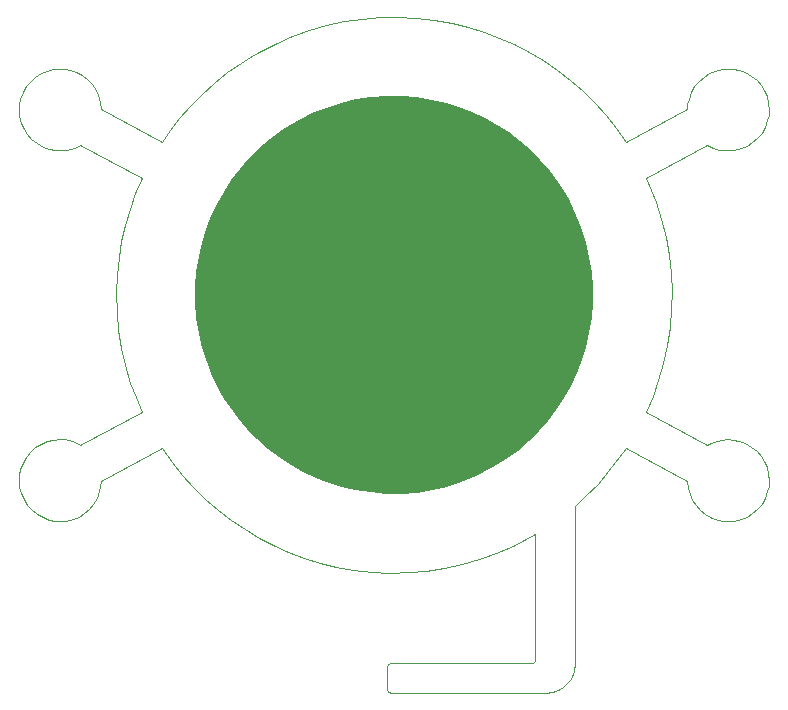
<source format=gbr>
%TF.GenerationSoftware,Altium Limited,Altium Designer,21.8.1 (53)*%
G04 Layer_Color=0*
%FSLAX45Y45*%
%MOMM*%
%TF.SameCoordinates,9CAB6441-B9E9-44DD-A1F1-36E89FF17874*%
%TF.FilePolarity,Positive*%
%TF.FileFunction,Profile,NP*%
%TF.Part,Single*%
G01*
G75*
%TA.AperFunction,Profile*%
%ADD21C,0.02540*%
G36*
X2894882Y3254706D02*
X3025056Y3244490D01*
X3154241Y3224189D01*
X3268999Y3197360D01*
X3381737Y3162528D01*
X3491896Y3119834D01*
X3598925Y3069459D01*
X3702285Y3011622D01*
X3801450Y2946579D01*
X3895917Y2874624D01*
X3985195Y2796085D01*
X4068824Y2711327D01*
X4148494Y2618063D01*
X4219339Y2521932D01*
X4264697Y2451927D01*
X4307314Y2378338D01*
X4364817Y2262668D01*
X4413361Y2142738D01*
X4452615Y2019242D01*
X4482302Y1892897D01*
X4502199Y1764446D01*
X4512144Y1634644D01*
X4512031Y1504267D01*
X4501816Y1374093D01*
X4481515Y1244908D01*
X4454685Y1130151D01*
X4419853Y1017412D01*
X4377159Y907252D01*
X4326785Y800224D01*
X4268947Y696864D01*
X4203905Y597699D01*
X4131950Y503233D01*
X4053411Y413953D01*
X3968652Y330324D01*
X3875389Y250656D01*
X3779258Y179811D01*
X3709252Y134452D01*
X3635663Y91835D01*
X3519993Y34332D01*
X3400064Y-14212D01*
X3276568Y-53466D01*
X3150223Y-83153D01*
X3021771Y-103050D01*
X2891970Y-112995D01*
X2761593Y-112882D01*
X2631419Y-102667D01*
X2502234Y-82366D01*
X2387476Y-55536D01*
X2274738Y-20704D01*
X2164578Y21989D01*
X2057549Y72365D01*
X1954190Y130202D01*
X1855024Y195245D01*
X1760558Y267200D01*
X1671279Y345738D01*
X1587650Y430497D01*
X1507982Y523760D01*
X1437136Y619891D01*
X1391778Y689897D01*
X1349161Y763486D01*
X1291658Y879156D01*
X1243114Y999085D01*
X1203860Y1122581D01*
X1174173Y1248926D01*
X1154275Y1377378D01*
X1144330Y1507179D01*
X1144443Y1637557D01*
X1154659Y1767730D01*
X1174960Y1896915D01*
X1201789Y2011673D01*
X1236621Y2124412D01*
X1279315Y2234571D01*
X1329691Y2341600D01*
X1387527Y2444959D01*
X1452571Y2544125D01*
X1524525Y2638591D01*
X1603064Y2727870D01*
X1687822Y2811499D01*
X1781086Y2891168D01*
X1877216Y2962013D01*
X1947223Y3007372D01*
X2020812Y3049988D01*
X2136482Y3107491D01*
X2256411Y3156035D01*
X2379907Y3195290D01*
X2506252Y3224976D01*
X2634704Y3244873D01*
X2764505Y3254818D01*
X2894882Y3254706D01*
D02*
G37*
G36*
D02*
X3025056Y3244490D01*
X3154241Y3224189D01*
X3268999Y3197360D01*
X3381737Y3162528D01*
X3491896Y3119834D01*
X3598925Y3069459D01*
X3702285Y3011622D01*
X3801450Y2946579D01*
X3895917Y2874624D01*
X3985195Y2796085D01*
X4068824Y2711327D01*
X4148494Y2618063D01*
X4219339Y2521932D01*
X4264697Y2451927D01*
X4307314Y2378338D01*
X4364817Y2262668D01*
X4413361Y2142738D01*
X4452615Y2019242D01*
X4482302Y1892897D01*
X4502199Y1764446D01*
X4512144Y1634644D01*
X4512031Y1504267D01*
X4501816Y1374093D01*
X4481515Y1244908D01*
X4454685Y1130151D01*
X4419853Y1017412D01*
X4377159Y907252D01*
X4326785Y800224D01*
X4268947Y696864D01*
X4203905Y597699D01*
X4131950Y503233D01*
X4053411Y413953D01*
X3968652Y330324D01*
X3875389Y250656D01*
X3779258Y179811D01*
X3709252Y134452D01*
X3635663Y91835D01*
X3519993Y34332D01*
X3400064Y-14212D01*
X3276568Y-53466D01*
X3150223Y-83153D01*
X3021771Y-103050D01*
X2891970Y-112995D01*
X2761593Y-112882D01*
X2631419Y-102667D01*
X2502234Y-82366D01*
X2387476Y-55536D01*
X2274738Y-20704D01*
X2164578Y21989D01*
X2057549Y72365D01*
X1954190Y130202D01*
X1855024Y195245D01*
X1760558Y267200D01*
X1671279Y345738D01*
X1587650Y430497D01*
X1507982Y523760D01*
X1437136Y619891D01*
X1391778Y689897D01*
X1349161Y763486D01*
X1291658Y879156D01*
X1243114Y999085D01*
X1203860Y1122581D01*
X1174173Y1248926D01*
X1154275Y1377378D01*
X1144330Y1507179D01*
X1144443Y1637557D01*
X1154659Y1767730D01*
X1174960Y1896915D01*
X1201789Y2011673D01*
X1236621Y2124412D01*
X1279315Y2234571D01*
X1329691Y2341600D01*
X1387527Y2444959D01*
X1452571Y2544125D01*
X1524525Y2638591D01*
X1603064Y2727870D01*
X1687822Y2811499D01*
X1781086Y2891168D01*
X1877216Y2962013D01*
X1947223Y3007372D01*
X2020812Y3049988D01*
X2136482Y3107491D01*
X2256411Y3156035D01*
X2379907Y3195290D01*
X2506252Y3224976D01*
X2634704Y3244873D01*
X2764505Y3254818D01*
X2894882Y3254706D01*
D02*
G37*
D21*
X4963553Y2559653D02*
X5482316Y2839734D01*
X5530865Y2816382D01*
X5582998Y2800708D01*
X5619664Y2794793D01*
X5656496Y2792832D01*
X5711339Y2797194D01*
X5767628Y2811115D01*
X5817496Y2832457D01*
X5863151Y2861108D01*
X5903586Y2896252D01*
X5941346Y2941756D01*
X5970647Y2992625D01*
X5990838Y3047296D01*
X6000370Y3094139D01*
X6003376Y3139714D01*
X5999013Y3194557D01*
X5985091Y3250847D01*
X5963749Y3300715D01*
X5935098Y3346371D01*
X5899952Y3386808D01*
X5854448Y3424569D01*
X5803578Y3453871D01*
X5748907Y3474062D01*
X5702066Y3483593D01*
X5656492Y3486600D01*
X5601700Y3482246D01*
X5545562Y3468385D01*
X5495720Y3447093D01*
X5450077Y3418501D01*
X5409640Y3383420D01*
X5371863Y3337992D01*
X5342525Y3287198D01*
X5322278Y3232598D01*
X5313219Y3189614D01*
X5309704Y3147659D01*
X4791619Y2867951D01*
X4791112Y2868718D01*
X4709966Y2983808D01*
X4619960Y3096332D01*
X4525706Y3200567D01*
X4425499Y3298895D01*
X4319713Y3390986D01*
X4208736Y3476534D01*
X4092973Y3555254D01*
X3972847Y3626887D01*
X3848791Y3691203D01*
X3721253Y3747994D01*
X3590689Y3797081D01*
X3457564Y3838313D01*
X3322352Y3871566D01*
X3170250Y3899040D01*
X3016837Y3916456D01*
X2862780Y3923773D01*
X2708740Y3920990D01*
X2555379Y3908152D01*
X2403349Y3885348D01*
X2253297Y3852707D01*
X2105856Y3810399D01*
X1961645Y3758640D01*
X1821266Y3697681D01*
X1685302Y3627811D01*
X1606380Y3581932D01*
X1530437Y3533780D01*
X1415835Y3453000D01*
X1304715Y3364238D01*
X1200802Y3270497D01*
X1102732Y3170839D01*
X1010835Y3065631D01*
X935436Y2968925D01*
X864867Y2867953D01*
X346789Y3147659D01*
X341145Y3202532D01*
X325754Y3258925D01*
X303128Y3308358D01*
X273271Y3353375D01*
X237030Y3392983D01*
X190457Y3429637D01*
X138719Y3457655D01*
X83403Y3476424D01*
X41245Y3484139D01*
X-1Y3486599D01*
X-54843Y3482236D01*
X-111133Y3468315D01*
X-161000Y3446972D01*
X-206656Y3418320D01*
X-247092Y3383176D01*
X-284852Y3337671D01*
X-314155Y3286802D01*
X-334346Y3232130D01*
X-343877Y3185288D01*
X-346884Y3139713D01*
X-342522Y3084870D01*
X-328600Y3028580D01*
X-307258Y2978712D01*
X-278608Y2933057D01*
X-243464Y2892621D01*
X-197960Y2854861D01*
X-147091Y2825559D01*
X-92420Y2805368D01*
X-45578Y2795838D01*
X-4Y2792831D01*
X59065Y2797898D01*
X115853Y2812752D01*
X145901Y2825010D01*
X174176Y2839734D01*
X692933Y2559656D01*
X638005Y2431154D01*
X590473Y2298607D01*
X551285Y2164726D01*
X520124Y2028879D01*
X497076Y1891548D01*
X481056Y1737802D01*
X475164Y1583503D01*
X479396Y1429316D01*
X493698Y1275902D01*
X517979Y1123917D01*
X552100Y974006D01*
X595885Y826804D01*
X641507Y701826D01*
X693326Y581341D01*
X174177Y301026D01*
X125530Y324416D01*
X73083Y340142D01*
X36666Y345985D01*
X-4Y347929D01*
X-54846Y343566D01*
X-111136Y329645D01*
X-161002Y308304D01*
X-206658Y279652D01*
X-247093Y244509D01*
X-284854Y199004D01*
X-314155Y148136D01*
X-334346Y93464D01*
X-343877Y46622D01*
X-346883Y1047D01*
X-342520Y-53797D01*
X-328599Y-110087D01*
X-307256Y-159954D01*
X-278604Y-205610D01*
X-243460Y-246047D01*
X-197955Y-283808D01*
X-147086Y-313110D01*
X-92415Y-333301D01*
X-45574Y-342832D01*
X0Y-345839D01*
X54753Y-341491D01*
X110772Y-327677D01*
X160594Y-306426D01*
X206228Y-277879D01*
X246667Y-242847D01*
X284457Y-197479D01*
X313823Y-146745D01*
X334113Y-92201D01*
X343250Y-49009D01*
X346789Y-6898D01*
X865382Y273106D01*
X946513Y158035D01*
X1036466Y45570D01*
X1130699Y-58652D01*
X1230882Y-156969D01*
X1336645Y-249053D01*
X1447597Y-334595D01*
X1563333Y-413312D01*
X1683434Y-484947D01*
X1807462Y-549265D01*
X1934974Y-606062D01*
X2065511Y-655158D01*
X2198609Y-696401D01*
X2333796Y-729668D01*
X2485868Y-757162D01*
X2639251Y-774601D01*
X2793281Y-781942D01*
X2947295Y-779188D01*
X3100632Y-766382D01*
X3252640Y-743613D01*
X3402672Y-711010D01*
X3550097Y-668745D01*
X3694295Y-617029D01*
X3834663Y-556116D01*
X3930791Y-507914D01*
X4023097Y-456266D01*
Y-659929D01*
Y-1515946D01*
X4022708Y-1524244D01*
X4021528Y-1529504D01*
X4019766Y-1533594D01*
X4017486Y-1537007D01*
X4014939Y-1539673D01*
X4011985Y-1541887D01*
X4008705Y-1543604D01*
X4005181Y-1544813D01*
X4001501Y-1545542D01*
X3997315Y-1545891D01*
X3993098Y-1545946D01*
X3985902D01*
X3406095Y-1545960D01*
X2821027Y-1545905D01*
X2816125Y-1545926D01*
X2811237Y-1546083D01*
X2806393Y-1546477D01*
X2801637Y-1547182D01*
X2797029Y-1548245D01*
X2792632Y-1549690D01*
X2788514Y-1551520D01*
X2784741Y-1553721D01*
X2781372Y-1556266D01*
X2778459Y-1559118D01*
X2776037Y-1562229D01*
X2774124Y-1565552D01*
X2772717Y-1569034D01*
X2771783Y-1572629D01*
X2771260Y-1576290D01*
X2771051Y-1579985D01*
X2771021Y-1583689D01*
X2771011Y-1672958D01*
X2771021Y-1762228D01*
X2771051Y-1765932D01*
X2771260Y-1769627D01*
X2771783Y-1773288D01*
X2772717Y-1776882D01*
X2774125Y-1780364D01*
X2776037Y-1783687D01*
X2778459Y-1786799D01*
X2781372Y-1789651D01*
X2784741Y-1792196D01*
X2788515Y-1794397D01*
X2792632Y-1796227D01*
X2797029Y-1797672D01*
X2801637Y-1798735D01*
X2806393Y-1799440D01*
X2811237Y-1799834D01*
X2816126Y-1799991D01*
X2821027Y-1800013D01*
X3406095Y-1799957D01*
X3985902Y-1799945D01*
X4023098Y-1799951D01*
X4109332D01*
X4130455Y-1799057D01*
X4152092Y-1796267D01*
X4174002Y-1791442D01*
X4195910Y-1784481D01*
X4217513Y-1775333D01*
X4238489Y-1764004D01*
X4258517Y-1750560D01*
X4277282Y-1735134D01*
X4294501Y-1717917D01*
X4309928Y-1699153D01*
X4323374Y-1679127D01*
X4334706Y-1658151D01*
X4343856Y-1636549D01*
X4350818Y-1614642D01*
X4355645Y-1592732D01*
X4358437Y-1571096D01*
X4359333Y-1549972D01*
X4359335Y-1515946D01*
X4359341Y-659929D01*
Y-215946D01*
X4457475Y-126947D01*
X4552927Y-29895D01*
X4644874Y75262D01*
X4791099Y273101D01*
X5309704Y-6898D01*
X5315349Y-61779D01*
X5330749Y-118194D01*
X5353383Y-167631D01*
X5383249Y-212649D01*
X5419499Y-252258D01*
X5466084Y-288908D01*
X5517833Y-316920D01*
X5573159Y-335680D01*
X5615277Y-343382D01*
X5656493Y-345838D01*
X5711336Y-341476D01*
X5767625Y-327554D01*
X5817493Y-306211D01*
X5863149Y-277560D01*
X5903584Y-242415D01*
X5941345Y-196910D01*
X5970647Y-146041D01*
X5990838Y-91369D01*
X6000370Y-44527D01*
X6003376Y1047D01*
X5999013Y55891D01*
X5985093Y112181D01*
X5963751Y162048D01*
X5935100Y207704D01*
X5899956Y248139D01*
X5854452Y285900D01*
X5803584Y315201D01*
X5748913Y335392D01*
X5702071Y344923D01*
X5656496Y347929D01*
X5597450Y342866D01*
X5540723Y328038D01*
X5510624Y315766D01*
X5482316Y301027D01*
X4963154Y581331D01*
X5018892Y711744D01*
X5067754Y848622D01*
X5108902Y991510D01*
X5142008Y1142420D01*
X5165092Y1294769D01*
X5178159Y1448381D01*
X5181143Y1602351D01*
X5174062Y1756021D01*
X5156980Y1908733D01*
X5130002Y2059838D01*
X5093276Y2208698D01*
X5046992Y2354687D01*
X5007352Y2458965D01*
X4963553Y2559653D01*
%TF.MD5,d780878bed40daa3a8a9098ae9acaa28*%
M02*

</source>
